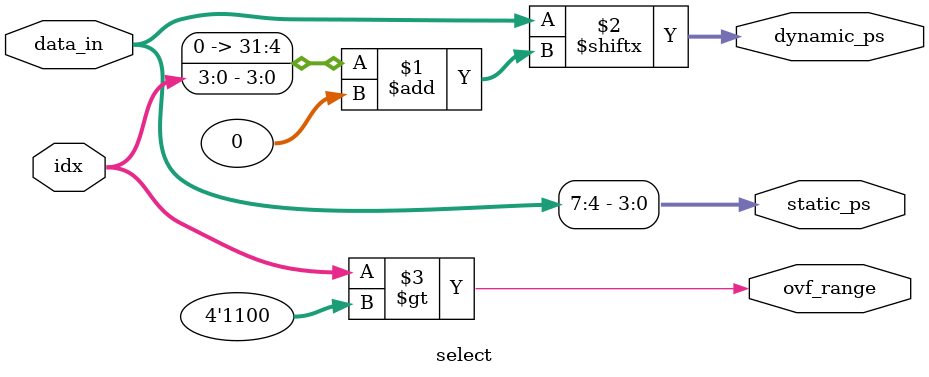
<source format=sv>


module select (
    input  wire [15:0] data_in,
    input  wire [3:0]  idx,          // allow up to 15
    output wire [3:0]  static_ps,    // bits [7:4]
    output wire [3:0]  dynamic_ps,   // bits [idx +: 4]
    output wire        ovf_range     // idx > 12 → overflow for width-4
);
    // Static part-select: bits [7:4]
    assign static_ps = data_in[7:4];
    // Dynamic part-select (requires idx ≤ 12)
    assign dynamic_ps = data_in[idx +: 4];
    // Overflow if idx > 12 (so idx+3 > 15)
    assign ovf_range  = (idx > 4'd12);
endmodule

</source>
